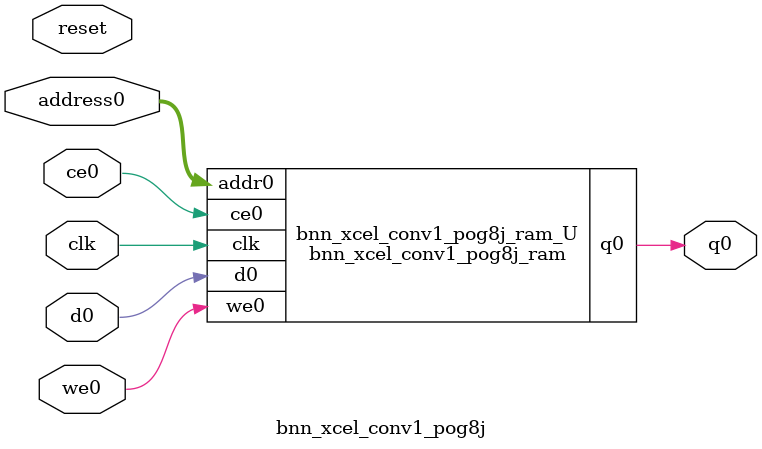
<source format=v>
`timescale 1 ns / 1 ps
module bnn_xcel_conv1_pog8j_ram (addr0, ce0, d0, we0, q0,  clk);

parameter DWIDTH = 1;
parameter AWIDTH = 10;
parameter MEM_SIZE = 1024;

input[AWIDTH-1:0] addr0;
input ce0;
input[DWIDTH-1:0] d0;
input we0;
output reg[DWIDTH-1:0] q0;
input clk;

(* ram_style = "block" *)reg [DWIDTH-1:0] ram[0:MEM_SIZE-1];




always @(posedge clk)  
begin 
    if (ce0) begin
        if (we0) 
            ram[addr0] <= d0; 
        q0 <= ram[addr0];
    end
end


endmodule

`timescale 1 ns / 1 ps
module bnn_xcel_conv1_pog8j(
    reset,
    clk,
    address0,
    ce0,
    we0,
    d0,
    q0);

parameter DataWidth = 32'd1;
parameter AddressRange = 32'd1024;
parameter AddressWidth = 32'd10;
input reset;
input clk;
input[AddressWidth - 1:0] address0;
input ce0;
input we0;
input[DataWidth - 1:0] d0;
output[DataWidth - 1:0] q0;



bnn_xcel_conv1_pog8j_ram bnn_xcel_conv1_pog8j_ram_U(
    .clk( clk ),
    .addr0( address0 ),
    .ce0( ce0 ),
    .we0( we0 ),
    .d0( d0 ),
    .q0( q0 ));

endmodule


</source>
